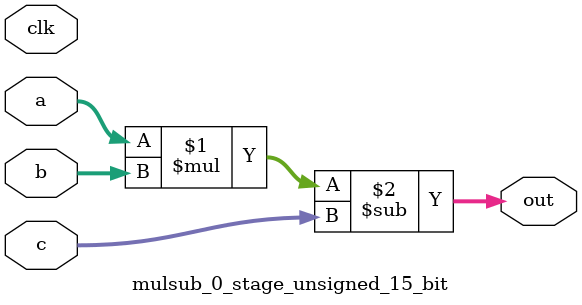
<source format=sv>
(* use_dsp = "yes" *) module mulsub_0_stage_unsigned_15_bit(
	input  [14:0] a,
	input  [14:0] b,
	input  [14:0] c,
	output [14:0] out,
	input clk);

	assign out = (a * b) - c;
endmodule

</source>
